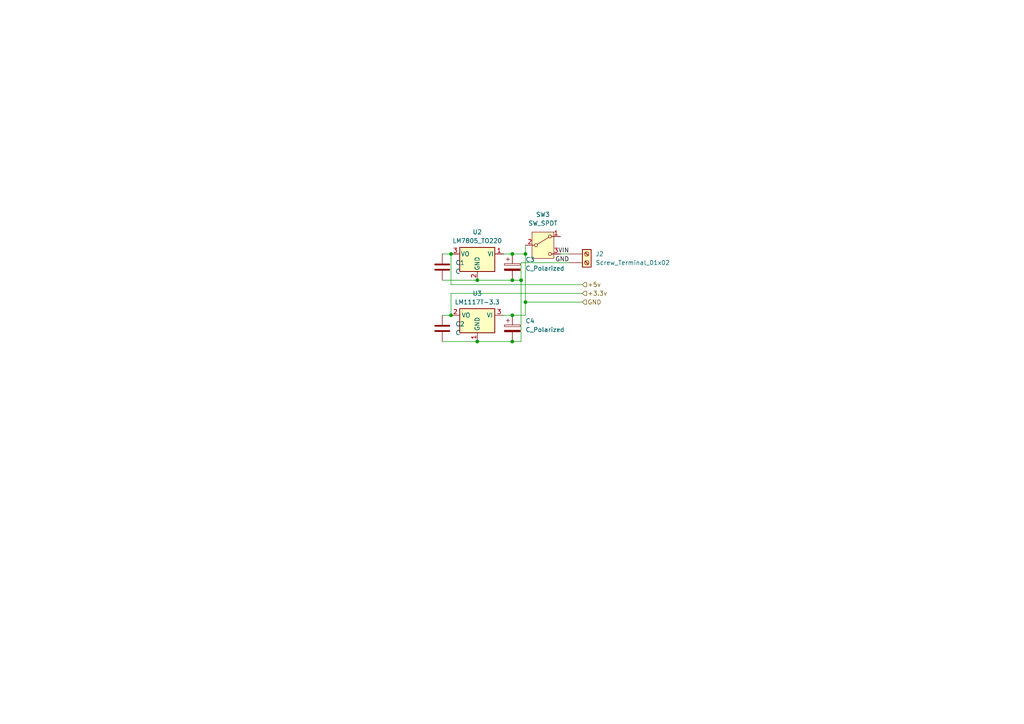
<source format=kicad_sch>
(kicad_sch (version 20250114) (generator "eeschema") (generator_version "9.0")
  (paper "A4")
  (title_block (title "Power Management Circuit") (date "2025-04-06") (rev "v1.1") (comment 1 "Email: o.meszaros@student.unsw.edu.au") (comment 2 "zID: z5636164") (comment 3 "Designed by: Oskar Meszaros"))
  (lib_symbols
    (symbol "Connector:Screw_Terminal_01x02" (pin_numbers (hide yes)) (pin_names (offset 1.016) (hide yes))
      (property "Reference" "J" (at 0 2.54 0))
      (property "Value" "Screw_Terminal_01x02" (at 0 -5.08 0))
      (symbol "Screw_Terminal_01x02_1_1"
        (rectangle (start -1.27 1.27) (end 1.27 -3.81) (stroke (width 0.254)) (fill (type background)))
        (polyline (pts (xy -0.5334 0.3302) (xy 0.3302 -0.508)) (stroke (width 0.1524)))
        (polyline (pts (xy -0.5334 -2.2098) (xy 0.3302 -3.048)) (stroke (width 0.1524)))
        (polyline (pts (xy -0.3556 0.508) (xy 0.508 -0.3302)) (stroke (width 0.1524)))
        (polyline (pts (xy -0.3556 -2.032) (xy 0.508 -2.8702)) (stroke (width 0.1524)))
        (circle (center 0 0) (radius 0.635) (stroke (width 0.1524)))
        (circle (center 0 -2.54) (radius 0.635) (stroke (width 0.1524)))
        (pin passive line (at -5.08 0 0) (length 3.81) (name "Pin_1") (number "1"))
        (pin passive line (at -5.08 -2.54 0) (length 3.81) (name "Pin_2") (number "2"))
      )
    )
    (symbol "Device:C" (pin_numbers (hide yes)) (pin_names (offset 0.254))
      (property "Reference" "C" (at 0.635 2.54 0))
      (property "Value" "C" (at 0.635 -2.54 0))
      (symbol "C_0_1"
        (polyline (pts (xy -2.032 0.762) (xy 2.032 0.762)) (stroke (width 0.508)))
        (polyline (pts (xy -2.032 -0.762) (xy 2.032 -0.762)) (stroke (width 0.508)))
      )
      (symbol "C_1_1"
        (pin passive line (at 0 3.81 270) (length 2.794) (name "~") (number "1"))
        (pin passive line (at 0 -3.81 90) (length 2.794) (name "~") (number "2"))
      )
    )
    (symbol "Device:C_Polarized" (pin_numbers (hide yes)) (pin_names (offset 0.254))
      (property "Reference" "C" (at 0.635 2.54 0))
      (property "Value" "C_Polarized" (at 0.635 -2.54 0))
      (symbol "C_Polarized_0_1"
        (rectangle (start -2.286 0.508) (end 2.286 1.016))
        (polyline (pts (xy -1.778 2.286) (xy -0.762 2.286)))
        (polyline (pts (xy -1.27 2.794) (xy -1.27 1.778)))
        (rectangle (start 2.286 -0.508) (end -2.286 -1.016) (fill (type outline)))
      )
      (symbol "C_Polarized_1_1"
        (pin passive line (at 0 3.81 270) (length 2.794) (name "~") (number "1"))
        (pin passive line (at 0 -3.81 90) (length 2.794) (name "~") (number "2"))
      )
    )
    (symbol "Regulator_Linear:LM1117T-3.3"
      (property "Reference" "U" (at -3.81 3.175 0))
      (property "Value" "LM1117T-3.3" (at 0 3.175 0))
      (symbol "LM1117T-3.3_0_1"
        (rectangle (start -5.08 -5.08) (end 5.08 1.905) (stroke (width 0.254)) (fill (type background)))
      )
      (symbol "LM1117T-3.3_1_1"
        (pin power_in line (at -7.62 0 0) (length 2.54) (name "VI") (number "3"))
        (pin power_in line (at 0 -7.62 90) (length 2.54) (name "GND") (number "1"))
        (pin power_out line (at 7.62 0 180) (length 2.54) (name "VO") (number "2"))
      )
    )
    (symbol "Regulator_Linear:LM7805_TO220" (pin_names (offset 0.254))
      (property "Reference" "U" (at -3.81 3.175 0))
      (property "Value" "LM7805_TO220" (at 0 3.175 0))
      (symbol "LM7805_TO220_0_1"
        (rectangle (start -5.08 1.905) (end 5.08 -5.08) (stroke (width 0.254)) (fill (type background)))
      )
      (symbol "LM7805_TO220_1_1"
        (pin power_in line (at -7.62 0 0) (length 2.54) (name "VI") (number "1"))
        (pin power_in line (at 0 -7.62 90) (length 2.54) (name "GND") (number "2"))
        (pin power_out line (at 7.62 0 180) (length 2.54) (name "VO") (number "3"))
      )
    )
    (symbol "Switch:SW_SPDT" (pin_names (offset 0) (hide yes))
      (property "Reference" "SW" (at 0 5.08 0))
      (property "Value" "SW_SPDT" (at 0 -5.08 0))
      (symbol "SW_SPDT_0_1"
        (circle (center -2.032 0) (radius 0.4572))
        (polyline (pts (xy -1.651 0.254) (xy 1.651 2.286)))
        (circle (center 2.032 2.54) (radius 0.4572))
        (circle (center 2.032 -2.54) (radius 0.4572))
      )
      (symbol "SW_SPDT_1_1"
        (rectangle (start -3.175 3.81) (end 3.175 -3.81) (fill (type background)))
        (pin passive line (at -5.08 0 0) (length 2.54) (name "B") (number "2"))
        (pin passive line (at 5.08 2.54 180) (length 2.54) (name "A") (number "1"))
        (pin passive line (at 5.08 -2.54 180) (length 2.54) (name "C") (number "3"))
      )
    )
  )
  (junction (at 148.59 91.44))
  (junction (at 152.4 73.66))
  (junction (at 148.59 81.28))
  (junction (at 152.4 87.63))
  (junction (at 148.59 73.66))
  (junction (at 138.43 81.28))
  (junction (at 130.81 91.44))
  (junction (at 151.13 81.28))
  (junction (at 130.81 73.66))
  (junction (at 148.59 99.06))
  (junction (at 138.43 99.06))
  (wire (pts (xy 148.59 81.28) (xy 151.13 81.28)))
  (wire (pts (xy 165.1 76.2) (xy 151.13 76.2)))
  (wire (pts (xy 151.13 99.06) (xy 148.59 99.06)))
  (wire (pts (xy 148.59 73.66) (xy 152.4 73.66)))
  (wire (pts (xy 162.56 73.66) (xy 165.1 73.66)))
  (wire (pts (xy 151.13 76.2) (xy 151.13 81.28)))
  (wire (pts (xy 146.05 91.44) (xy 148.59 91.44)))
  (wire (pts (xy 148.59 91.44) (xy 152.4 91.44)))
  (wire (pts (xy 128.27 73.66) (xy 130.81 73.66)))
  (wire (pts (xy 152.4 71.12) (xy 152.4 73.66)))
  (wire (pts (xy 128.27 99.06) (xy 138.43 99.06)))
  (wire (pts (xy 152.4 91.44) (xy 152.4 87.63)))
  (wire (pts (xy 128.27 81.28) (xy 138.43 81.28)))
  (wire (pts (xy 146.05 73.66) (xy 148.59 73.66)))
  (wire (pts (xy 138.43 99.06) (xy 148.59 99.06)))
  (wire (pts (xy 130.81 85.09) (xy 168.91 85.09)))
  (wire (pts (xy 128.27 91.44) (xy 130.81 91.44)))
  (wire (pts (xy 151.13 81.28) (xy 151.13 99.06)))
  (wire (pts (xy 130.81 82.55) (xy 130.81 73.66)))
  (wire (pts (xy 168.91 82.55) (xy 130.81 82.55)))
  (wire (pts (xy 130.81 85.09) (xy 130.81 91.44)))
  (wire (pts (xy 152.4 87.63) (xy 168.91 87.63)))
  (wire (pts (xy 138.43 81.28) (xy 148.59 81.28)))
  (wire (pts (xy 152.4 87.63) (xy 152.4 73.66)))
  (label "GND" (at 165.1 76.2 180))
  (label "VIN" (at 165.1 73.66 180))
  (hierarchical_label "+5v" (shape input) (at 168.91 82.55 0))
  (hierarchical_label "+3.3v" (shape input) (at 168.91 85.09 0))
  (hierarchical_label "GND" (shape input) (at 168.91 87.63 0))
  (symbol (lib_id "Device:C_Polarized") (at 148.59 95.25 0) (unit 1)
    (property "Reference" "C4" (at 152.4 93.0909 0) (effects (justify left)))
    (property "Value" "C_Polarized" (at 152.4 95.6309 0) (effects (justify left)))
    (property "Footprint" "Capacitor_THT:CP_Radial_D5.0mm_P2.50mm" (effects (hide yes)))
    (property "Description" "Polarized capacitor" (effects (hide yes)))
  )
  (symbol (lib_id "Device:C_Polarized") (at 148.59 77.47 0) (unit 1)
    (property "Reference" "C3" (at 152.4 75.3109 0) (effects (justify left)))
    (property "Value" "C_Polarized" (at 152.4 77.8509 0) (effects (justify left)))
    (property "Footprint" "Capacitor_THT:CP_Radial_D5.0mm_P2.50mm" (effects (hide yes)))
    (property "Description" "Polarized capacitor" (effects (hide yes)))
  )
  (symbol (lib_id "Regulator_Linear:LM1117T-3.3") (at 138.43 91.44 0) (mirror y) (unit 1)
    (property "Reference" "U3" (at 138.43 85.09 0))
    (property "Value" "LM1117T-3.3" (at 138.43 87.63 0))
    (property "Footprint" "Package_TO_SOT_THT:TO-220-3_Vertical" (effects (hide yes)))
    (property "Datasheet" "http://www.ti.com/lit/ds/symlink/lm1117.pdf" (effects (hide yes)))
    (property "Description" "800mA Low-Dropout Linear Regulator, 3.3V fixed output, TO-220" (effects (hide yes)))
  )
  (symbol (lib_id "Switch:SW_SPDT") (at 157.48 71.12 0) (unit 1)
    (property "Reference" "SW3" (at 157.48 62.23 0))
    (property "Value" "SW_SPDT" (at 157.48 64.77 0))
    (property "Footprint" "Connector_Wire:SolderWire-0.1sqmm_1x03_P3.6mm_D0.4mm_OD1mm" (effects (hide yes)))
    (property "Description" "Switch, single pole double throw" (effects (hide yes)))
  )
  (symbol (lib_id "Connector:Screw_Terminal_01x02") (at 170.18 73.66 0) (unit 1)
    (property "Reference" "J2" (at 172.72 73.6599 0) (effects (justify left)))
    (property "Value" "Screw_Terminal_01x02" (at 172.72 76.1999 0) (effects (justify left)))
    (property "Footprint" "TerminalBlock:TerminalBlock_bornier-2_P5.08mm" (effects (hide yes)))
    (property "Description" "Generic screw terminal, single row, 01x02, script generated (kicad-library-utils/schlib/autogen/connector/)" (effects (hide yes)))
  )
  (symbol (lib_id "Device:C") (at 128.27 95.25 0) (unit 1)
    (property "Reference" "C2" (at 132.08 93.9799 0) (effects (justify left)))
    (property "Value" "C" (at 132.08 96.5199 0) (effects (justify left)))
    (property "Footprint" "Capacitor_THT:C_Disc_D3.8mm_W2.6mm_P2.50mm" (effects (hide yes)))
    (property "Description" "Unpolarized capacitor" (effects (hide yes)))
  )
  (symbol (lib_id "Regulator_Linear:LM7805_TO220") (at 138.43 73.66 0) (mirror y) (unit 1)
    (property "Reference" "U2" (at 138.43 67.31 0))
    (property "Value" "LM7805_TO220" (at 138.43 69.85 0))
    (property "Footprint" "Package_TO_SOT_THT:TO-220-3_Vertical" (effects (hide yes)))
    (property "Datasheet" "https://www.onsemi.cn/PowerSolutions/document/MC7800-D.PDF" (effects (hide yes)))
    (property "Description" "Positive 1A 35V Linear Regulator, Fixed Output 5V, TO-220" (effects (hide yes)))
  )
  (symbol (lib_id "Device:C") (at 128.27 77.47 0) (unit 1)
    (property "Reference" "C1" (at 132.08 76.1999 0) (effects (justify left)))
    (property "Value" "C" (at 132.08 78.7399 0) (effects (justify left)))
    (property "Footprint" "Capacitor_THT:C_Disc_D3.8mm_W2.6mm_P2.50mm" (effects (hide yes)))
    (property "Description" "Unpolarized capacitor" (effects (hide yes)))
  )
)
</source>
